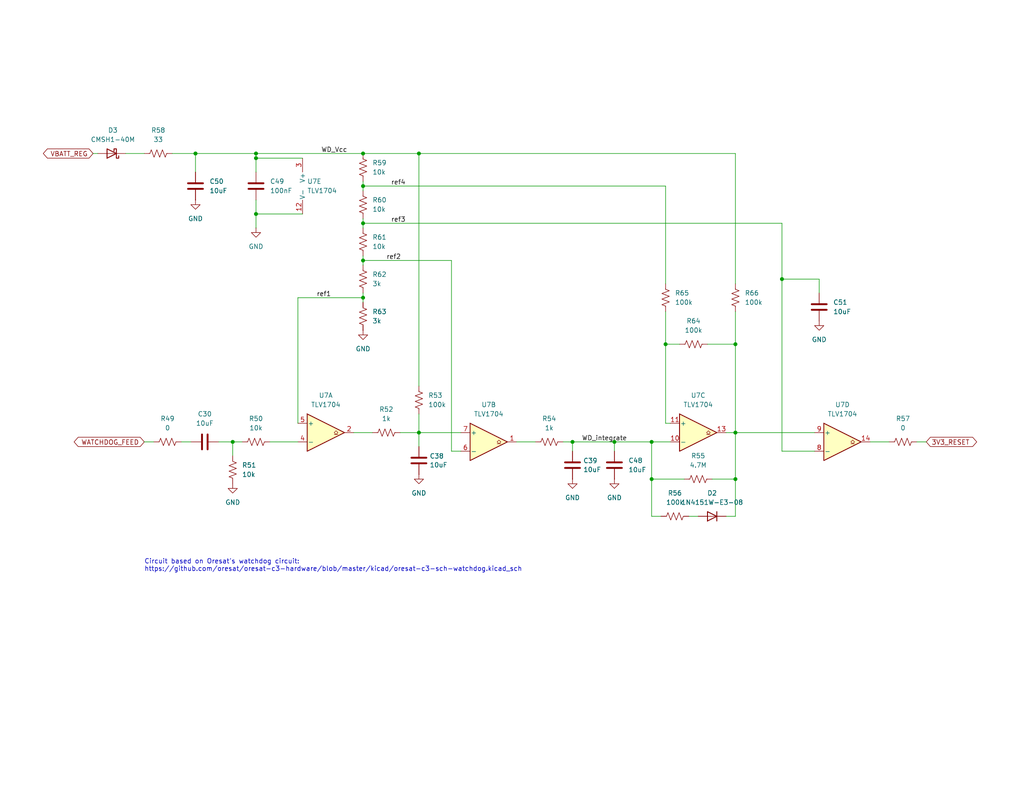
<source format=kicad_sch>
(kicad_sch (version 20250114) (generator "eeschema") (generator_version "9.0")
  (paper "USLetter")
  (title_block (title "ADCS Main Board") (date "2025-04-07") (rev "1.2") (company "Stanford Student Space Initiative") (comment 1 "Sage Wu") (comment 2 "From PiCubed"))
  (lib_symbols
    (symbol "Device:C" (pin_numbers (hide yes)) (pin_names (offset 0.254))
      (property "Reference" "C" (at 0.635 2.54 0))
      (property "Value" "C" (at 0.635 -2.54 0))
      (symbol "C_0_1"
        (polyline (pts (xy -2.032 0.762) (xy 2.032 0.762)) (stroke (width 0.508)))
        (polyline (pts (xy -2.032 -0.762) (xy 2.032 -0.762)) (stroke (width 0.508)))
      )
      (symbol "C_1_1"
        (pin passive line (at 0 3.81 270) (length 2.794) (name "~") (number "1"))
        (pin passive line (at 0 -3.81 90) (length 2.794) (name "~") (number "2"))
      )
    )
    (symbol "Device:D" (pin_numbers (hide yes)) (pin_names (offset 1.016) (hide yes))
      (property "Reference" "D" (at 0 2.54 0))
      (property "Value" "D" (at 0 -2.54 0))
      (symbol "D_0_1"
        (polyline (pts (xy -1.27 1.27) (xy -1.27 -1.27)) (stroke (width 0.254)))
        (polyline (pts (xy 1.27 1.27) (xy 1.27 -1.27) (xy -1.27 0) (xy 1.27 1.27)) (stroke (width 0.254)))
        (polyline (pts (xy 1.27 0) (xy -1.27 0)))
      )
      (symbol "D_1_1"
        (pin passive line (at -3.81 0 0) (length 2.54) (name "K") (number "1"))
        (pin passive line (at 3.81 0 180) (length 2.54) (name "A") (number "2"))
      )
    )
    (symbol "Device:D_Schottky" (pin_numbers (hide yes)) (pin_names (offset 1.016) (hide yes))
      (property "Reference" "D" (at 0 2.54 0))
      (property "Value" "D_Schottky" (at 0 -2.54 0))
      (symbol "D_Schottky_0_1"
        (polyline (pts (xy -1.905 0.635) (xy -1.905 1.27) (xy -1.27 1.27) (xy -1.27 -1.27) (xy -0.635 -1.27) (xy -0.635 -0.635)) (stroke (width 0.254)))
        (polyline (pts (xy 1.27 1.27) (xy 1.27 -1.27) (xy -1.27 0) (xy 1.27 1.27)) (stroke (width 0.254)))
        (polyline (pts (xy 1.27 0) (xy -1.27 0)))
      )
      (symbol "D_Schottky_1_1"
        (pin passive line (at -3.81 0 0) (length 2.54) (name "K") (number "1"))
        (pin passive line (at 3.81 0 180) (length 2.54) (name "A") (number "2"))
      )
    )
    (symbol "Device:R_US" (pin_numbers (hide yes)) (pin_names (offset 0))
      (property "Reference" "R" (at 2.54 0 90))
      (property "Value" "R_US" (at -2.54 0 90))
      (symbol "R_US_0_1"
        (polyline (pts (xy 0 2.286) (xy 0 2.54)))
        (polyline (pts (xy 0 2.286) (xy 1.016 1.905) (xy 0 1.524) (xy -1.016 1.143) (xy 0 0.762)))
        (polyline (pts (xy 0 0.762) (xy 1.016 0.381) (xy 0 0) (xy -1.016 -0.381) (xy 0 -0.762)))
        (polyline (pts (xy 0 -0.762) (xy 1.016 -1.143) (xy 0 -1.524) (xy -1.016 -1.905) (xy 0 -2.286)))
        (polyline (pts (xy 0 -2.286) (xy 0 -2.54)))
      )
      (symbol "R_US_1_1"
        (pin passive line (at 0 3.81 270) (length 1.27) (name "~") (number "1"))
        (pin passive line (at 0 -3.81 90) (length 1.27) (name "~") (number "2"))
      )
    )
    (symbol "power:GND" (power) (pin_numbers (hide yes)) (pin_names (offset 0) (hide yes))
      (property "Value" "GND" (at 0 -3.81 0))
      (symbol "GND_0_1"
        (polyline (pts (xy 0 0) (xy 0 -1.27) (xy 1.27 -1.27) (xy 0 -2.54) (xy -1.27 -1.27) (xy 0 -1.27)))
      )
      (symbol "GND_1_1"
        (pin power_in line (at 0 0 270) (length 0) (name "~") (number "1"))
      )
    )
    (symbol "ssi_IC:TLV1704" (pin_names (offset 0.127))
      (property "Reference" "U" (at 0 5.08 0))
      (property "Value" "TLV1704" (at 0 -5.08 0))
      (symbol "TLV1704_1_1"
        (polyline (pts (xy -5.08 5.08) (xy 5.08 0) (xy -5.08 -5.08) (xy -5.08 5.08)) (stroke (width 0.254)) (fill (type background)))
        (polyline (pts (xy 3.302 -0.508) (xy 2.794 -0.508) (xy 3.302 0) (xy 2.794 0.508) (xy 2.286 0) (xy 2.794 -0.508) (xy 2.286 -0.508)) (stroke (width 0.127)))
        (pin input line (at -7.62 2.54 0) (length 2.54) (name "+") (number "5"))
        (pin input line (at -7.62 -2.54 0) (length 2.54) (name "-") (number "4"))
        (pin open_collector line (at 7.62 0 180) (length 2.54) (name "~") (number "2"))
      )
      (symbol "TLV1704_2_1"
        (polyline (pts (xy -5.08 5.08) (xy 5.08 0) (xy -5.08 -5.08) (xy -5.08 5.08)) (stroke (width 0.254)) (fill (type background)))
        (polyline (pts (xy 3.302 -0.508) (xy 2.794 -0.508) (xy 3.302 0) (xy 2.794 0.508) (xy 2.286 0) (xy 2.794 -0.508) (xy 2.286 -0.508)) (stroke (width 0.127)))
        (pin input line (at -7.62 2.54 0) (length 2.54) (name "+") (number "7"))
        (pin input line (at -7.62 -2.54 0) (length 2.54) (name "-") (number "6"))
        (pin open_collector line (at 7.62 0 180) (length 2.54) (name "~") (number "1"))
      )
      (symbol "TLV1704_3_1"
        (polyline (pts (xy -5.08 5.08) (xy 5.08 0) (xy -5.08 -5.08) (xy -5.08 5.08)) (stroke (width 0.254)) (fill (type background)))
        (polyline (pts (xy 3.302 -0.508) (xy 2.794 -0.508) (xy 3.302 0) (xy 2.794 0.508) (xy 2.286 0) (xy 2.794 -0.508) (xy 2.286 -0.508)) (stroke (width 0.127)))
        (pin input line (at -7.62 2.54 0) (length 2.54) (name "+") (number "11"))
        (pin input line (at -7.62 -2.54 0) (length 2.54) (name "-") (number "10"))
        (pin open_collector line (at 7.62 0 180) (length 2.54) (name "~") (number "13"))
      )
      (symbol "TLV1704_4_1"
        (polyline (pts (xy -5.08 5.08) (xy 5.08 0) (xy -5.08 -5.08) (xy -5.08 5.08)) (stroke (width 0.254)) (fill (type background)))
        (polyline (pts (xy 3.302 -0.508) (xy 2.794 -0.508) (xy 3.302 0) (xy 2.794 0.508) (xy 2.286 0) (xy 2.794 -0.508) (xy 2.286 -0.508)) (stroke (width 0.127)))
        (pin input line (at -7.62 2.54 0) (length 2.54) (name "+") (number "9"))
        (pin input line (at -7.62 -2.54 0) (length 2.54) (name "-") (number "8"))
        (pin open_collector line (at 7.62 0 180) (length 2.54) (name "~") (number "14"))
      )
      (symbol "TLV1704_5_1"
        (pin power_in line (at -2.54 7.62 270) (length 3.81) (name "V+") (number "3"))
        (pin power_in line (at -2.54 -7.62 90) (length 3.81) (name "V-") (number "12"))
      )
    )
  )
  (text "Circuit based on Oresat's watchdog circuit:\nhttps://github.com/oresat/oresat-c3-hardware/blob/master/kicad/oresat-c3-sch-watchdog.kicad_sch" (at 39.37 154.432 0) (effects (font (size 1.27 1.27)) (justify left)))
  (junction (at 200.66 130.81))
  (junction (at 114.3 118.11))
  (junction (at 181.61 93.98))
  (junction (at 63.5 120.65))
  (junction (at 99.06 50.8))
  (junction (at 200.66 118.11))
  (junction (at 156.21 120.65))
  (junction (at 69.85 43.18))
  (junction (at 69.85 58.42))
  (junction (at 69.85 41.91))
  (junction (at 114.3 41.91))
  (junction (at 167.64 120.65))
  (junction (at 213.36 76.2))
  (junction (at 53.34 41.91))
  (junction (at 177.8 120.65))
  (junction (at 99.06 41.91))
  (junction (at 177.8 130.81))
  (junction (at 99.06 71.12))
  (junction (at 99.06 60.96))
  (junction (at 99.06 81.28))
  (junction (at 200.66 93.98))
  (wire (pts (xy 63.5 120.65) (xy 66.04 120.65)))
  (wire (pts (xy 53.34 46.99) (xy 53.34 41.91)))
  (wire (pts (xy 59.69 120.65) (xy 63.5 120.65)))
  (wire (pts (xy 81.28 81.28) (xy 99.06 81.28)))
  (wire (pts (xy 181.61 93.98) (xy 185.42 93.98)))
  (wire (pts (xy 187.96 140.97) (xy 190.5 140.97)))
  (wire (pts (xy 200.66 93.98) (xy 200.66 118.11)))
  (wire (pts (xy 237.49 120.65) (xy 242.57 120.65)))
  (wire (pts (xy 223.52 80.01) (xy 223.52 76.2)))
  (wire (pts (xy 193.04 93.98) (xy 200.66 93.98)))
  (wire (pts (xy 194.31 130.81) (xy 200.66 130.81)))
  (wire (pts (xy 99.06 80.01) (xy 99.06 81.28)))
  (wire (pts (xy 82.55 58.42) (xy 69.85 58.42)))
  (wire (pts (xy 182.88 115.57) (xy 181.61 115.57)))
  (wire (pts (xy 177.8 130.81) (xy 177.8 120.65)))
  (wire (pts (xy 181.61 93.98) (xy 181.61 115.57)))
  (wire (pts (xy 213.36 60.96) (xy 213.36 76.2)))
  (wire (pts (xy 99.06 41.91) (xy 69.85 41.91)))
  (wire (pts (xy 34.29 41.91) (xy 39.37 41.91)))
  (wire (pts (xy 156.21 120.65) (xy 167.64 120.65)))
  (wire (pts (xy 125.73 123.19) (xy 123.19 123.19)))
  (wire (pts (xy 46.99 41.91) (xy 53.34 41.91)))
  (wire (pts (xy 99.06 59.69) (xy 99.06 60.96)))
  (wire (pts (xy 41.91 120.65) (xy 39.37 120.65)))
  (wire (pts (xy 177.8 120.65) (xy 182.88 120.65)))
  (wire (pts (xy 200.66 77.47) (xy 200.66 41.91)))
  (wire (pts (xy 25.4 41.91) (xy 26.67 41.91)))
  (wire (pts (xy 153.67 120.65) (xy 156.21 120.65)))
  (wire (pts (xy 180.34 140.97) (xy 177.8 140.97)))
  (wire (pts (xy 114.3 118.11) (xy 114.3 121.92)))
  (wire (pts (xy 114.3 41.91) (xy 114.3 105.41)))
  (wire (pts (xy 200.66 140.97) (xy 200.66 130.81)))
  (wire (pts (xy 114.3 118.11) (xy 125.73 118.11)))
  (wire (pts (xy 181.61 50.8) (xy 181.61 77.47)))
  (wire (pts (xy 177.8 130.81) (xy 186.69 130.81)))
  (wire (pts (xy 99.06 81.28) (xy 99.06 82.55)))
  (wire (pts (xy 99.06 41.91) (xy 114.3 41.91)))
  (wire (pts (xy 213.36 123.19) (xy 222.25 123.19)))
  (wire (pts (xy 69.85 43.18) (xy 82.55 43.18)))
  (wire (pts (xy 198.12 118.11) (xy 200.66 118.11)))
  (wire (pts (xy 213.36 76.2) (xy 223.52 76.2)))
  (wire (pts (xy 250.19 120.65) (xy 252.73 120.65)))
  (wire (pts (xy 73.66 120.65) (xy 81.28 120.65)))
  (wire (pts (xy 63.5 120.65) (xy 63.5 124.46)))
  (wire (pts (xy 53.34 41.91) (xy 69.85 41.91)))
  (wire (pts (xy 114.3 113.03) (xy 114.3 118.11)))
  (wire (pts (xy 96.52 118.11) (xy 101.6 118.11)))
  (wire (pts (xy 99.06 49.53) (xy 99.06 50.8)))
  (wire (pts (xy 99.06 50.8) (xy 99.06 52.07)))
  (wire (pts (xy 123.19 71.12) (xy 99.06 71.12)))
  (wire (pts (xy 49.53 120.65) (xy 52.07 120.65)))
  (wire (pts (xy 69.85 58.42) (xy 69.85 62.23)))
  (wire (pts (xy 200.66 130.81) (xy 200.66 118.11)))
  (wire (pts (xy 213.36 76.2) (xy 213.36 123.19)))
  (wire (pts (xy 109.22 118.11) (xy 114.3 118.11)))
  (wire (pts (xy 200.66 85.09) (xy 200.66 93.98)))
  (wire (pts (xy 177.8 140.97) (xy 177.8 130.81)))
  (wire (pts (xy 99.06 69.85) (xy 99.06 71.12)))
  (wire (pts (xy 69.85 46.99) (xy 69.85 43.18)))
  (wire (pts (xy 69.85 41.91) (xy 69.85 43.18)))
  (wire (pts (xy 200.66 118.11) (xy 222.25 118.11)))
  (wire (pts (xy 99.06 50.8) (xy 181.61 50.8)))
  (wire (pts (xy 181.61 85.09) (xy 181.61 93.98)))
  (wire (pts (xy 99.06 60.96) (xy 99.06 62.23)))
  (wire (pts (xy 99.06 60.96) (xy 213.36 60.96)))
  (wire (pts (xy 99.06 71.12) (xy 99.06 72.39)))
  (wire (pts (xy 156.21 123.19) (xy 156.21 120.65)))
  (wire (pts (xy 198.12 140.97) (xy 200.66 140.97)))
  (wire (pts (xy 123.19 123.19) (xy 123.19 71.12)))
  (wire (pts (xy 81.28 115.57) (xy 81.28 81.28)))
  (wire (pts (xy 167.64 120.65) (xy 177.8 120.65)))
  (wire (pts (xy 140.97 120.65) (xy 146.05 120.65)))
  (wire (pts (xy 69.85 58.42) (xy 69.85 54.61)))
  (wire (pts (xy 167.64 120.65) (xy 167.64 123.19)))
  (wire (pts (xy 114.3 41.91) (xy 200.66 41.91)))
  (label "ref2" (at 105.41 71.12 0))
  (label "WD_Vcc" (at 87.63 41.91 0))
  (label "WD_integrate" (at 158.75 120.65 0))
  (label "ref1" (at 86.36 81.28 0))
  (label "ref3" (at 106.68 60.96 0))
  (label "ref4" (at 106.68 50.8 0))
  (global_label "3V3_RESET" (shape bidirectional) (at 252.73 120.65 0) (property "Intersheetrefs" "${INTERSHEET_REFS}" (effects (hide yes))))
  (global_label "VBATT_REG" (shape bidirectional) (at 25.4 41.91 180) (property "Intersheetrefs" "${INTERSHEET_REFS}" (effects (hide yes))))
  (global_label "WATCHDOG_FEED" (shape bidirectional) (at 39.37 120.65 180) (property "Intersheetrefs" "${INTERSHEET_REFS}" (effects (hide yes))))
  (symbol (lib_id "ssi_IC:TLV1704") (at 85.09 50.8 0) (unit 5)
    (property "Reference" "U7" (at 83.82 49.5299 0) (effects (justify left)))
    (property "Value" "TLV1704" (at 83.82 52.0699 0) (effects (justify left)))
    (property "Footprint" "Package_SO:TSSOP-14_4.4x5mm_P0.65mm" (effects (hide yes)))
    (property "Datasheet" "https://www.ti.com/lit/ds/symlink/tlv1704-sep.pdf" (effects (hide yes)))
    (property "Description" "Quad Differential Comparators, SOIC-14/TSSOP-14" (effects (hide yes)))
  )
  (symbol (lib_id "Device:R_US") (at 105.41 118.11 90) (unit 1)
    (property "Reference" "R52" (at 105.41 111.76 90))
    (property "Value" "1k" (at 105.41 114.3 90))
    (property "Footprint" "Resistor_SMD:R_0603_1608Metric" (effects (hide yes)))
    (property "Description" "Resistor, US symbol" (effects (hide yes)))
  )
  (symbol (lib_id "Device:R_US") (at 45.72 120.65 90) (unit 1)
    (property "Reference" "R49" (at 45.72 114.3 90))
    (property "Value" "0" (at 45.72 116.84 90))
    (property "Footprint" "Resistor_SMD:R_0603_1608Metric" (effects (hide yes)))
    (property "Description" "Resistor, US symbol" (effects (hide yes)))
  )
  (symbol (lib_id "Device:C") (at 167.64 127 180) (unit 1)
    (property "Reference" "C48" (at 171.45 125.7299 0) (effects (justify right)))
    (property "Value" "10uF" (at 171.45 128.2699 0) (effects (justify right)))
    (property "Footprint" "Capacitor_SMD:C_0603_1608Metric" (effects (hide yes)))
    (property "Description" "Unpolarized capacitor" (effects (hide yes)))
  )
  (symbol (lib_id "Device:R_US") (at 99.06 76.2 0) (unit 1)
    (property "Reference" "R62" (at 101.6 74.9299 0) (effects (justify left)))
    (property "Value" "3k" (at 101.6 77.4699 0) (effects (justify left)))
    (property "Footprint" "Resistor_SMD:R_0603_1608Metric" (effects (hide yes)))
    (property "Description" "Resistor, US symbol" (effects (hide yes)))
  )
  (symbol (lib_id "Device:C") (at 69.85 50.8 180) (unit 1)
    (property "Reference" "C49" (at 73.66 49.5299 0) (effects (justify right)))
    (property "Value" "100nF" (at 73.66 52.0699 0) (effects (justify right)))
    (property "Footprint" "Capacitor_SMD:C_0603_1608Metric" (effects (hide yes)))
    (property "Description" "Unpolarized capacitor" (effects (hide yes)))
  )
  (symbol (lib_id "Device:R_US") (at 184.15 140.97 90) (unit 1)
    (property "Reference" "R56" (at 184.15 134.62 90))
    (property "Value" "100k" (at 184.15 137.16 90))
    (property "Footprint" "Resistor_SMD:R_0603_1608Metric" (effects (hide yes)))
    (property "Description" "Resistor, US symbol" (effects (hide yes)))
  )
  (symbol (lib_id "power:GND") (at 69.85 62.23 0) (unit 1)
    (property "Reference" "#PWR076" (effects (hide yes)))
    (property "Value" "GND" (at 69.85 67.31 0))
    (property "Description" "Power symbol creates a global label with name \"GND\" , ground" (effects (hide yes)))
  )
  (symbol (lib_id "Device:R_US") (at 99.06 45.72 0) (unit 1)
    (property "Reference" "R59" (at 101.6 44.4499 0) (effects (justify left)))
    (property "Value" "10k" (at 101.6 46.9899 0) (effects (justify left)))
    (property "Footprint" "Resistor_SMD:R_0603_1608Metric" (effects (hide yes)))
    (property "Description" "Resistor, US symbol" (effects (hide yes)))
  )
  (symbol (lib_id "Device:R_US") (at 189.23 93.98 90) (unit 1)
    (property "Reference" "R64" (at 189.23 87.63 90))
    (property "Value" "100k" (at 189.23 90.17 90))
    (property "Footprint" "Resistor_SMD:R_0603_1608Metric" (effects (hide yes)))
    (property "Description" "Resistor, US symbol" (effects (hide yes)))
  )
  (symbol (lib_id "power:GND") (at 53.34 54.61 0) (unit 1)
    (property "Reference" "#PWR077" (effects (hide yes)))
    (property "Value" "GND" (at 53.34 59.69 0))
    (property "Description" "Power symbol creates a global label with name \"GND\" , ground" (effects (hide yes)))
  )
  (symbol (lib_id "Device:D") (at 194.31 140.97 180) (unit 1)
    (property "Reference" "D2" (at 194.31 134.62 0))
    (property "Value" "1N4151W-E3-08" (at 194.31 137.16 0))
    (property "Footprint" "Diode_SMD:D_SOD-123" (effects (hide yes)))
    (property "Datasheet" "https://mm.digikey.com/Volume0/opasdata/d220001/medias/docus/6130/1n4151w_a.pdf" (effects (hide yes)))
    (property "Description" "Diode" (effects (hide yes)))
    (property "Sim.Device" "D" (effects (hide yes)))
    (property "Sim.Pins" "1=K 2=A" (effects (hide yes)))
  )
  (symbol (lib_id "power:GND") (at 63.5 132.08 0) (unit 1)
    (property "Reference" "#PWR065" (effects (hide yes)))
    (property "Value" "GND" (at 63.5 137.16 0))
    (property "Description" "Power symbol creates a global label with name \"GND\" , ground" (effects (hide yes)))
  )
  (symbol (lib_id "Device:R_US") (at 43.18 41.91 90) (unit 1)
    (property "Reference" "R58" (at 43.18 35.56 90))
    (property "Value" "33" (at 43.18 38.1 90))
    (property "Footprint" "Resistor_SMD:R_0603_1608Metric" (effects (hide yes)))
    (property "Description" "Resistor, US symbol" (effects (hide yes)))
  )
  (symbol (lib_id "Device:C") (at 53.34 50.8 0) (unit 1)
    (property "Reference" "C50" (at 57.15 49.5299 0) (effects (justify left)))
    (property "Value" "10uF" (at 57.15 52.0699 0) (effects (justify left)))
    (property "Footprint" "Capacitor_SMD:C_0603_1608Metric" (effects (hide yes)))
    (property "Description" "Unpolarized capacitor" (effects (hide yes)))
  )
  (symbol (lib_id "Device:R_US") (at 63.5 128.27 180) (unit 1)
    (property "Reference" "R51" (at 66.04 126.9999 0) (effects (justify right)))
    (property "Value" "10k" (at 66.04 129.5399 0) (effects (justify right)))
    (property "Footprint" "Resistor_SMD:R_0603_1608Metric" (effects (hide yes)))
    (property "Description" "Resistor, US symbol" (effects (hide yes)))
  )
  (symbol (lib_id "ssi_IC:TLV1704") (at 190.5 118.11 0) (unit 3)
    (property "Reference" "U7" (at 190.5 107.95 0))
    (property "Value" "TLV1704" (at 190.5 110.49 0))
    (property "Footprint" "Package_SO:TSSOP-14_4.4x5mm_P0.65mm" (effects (hide yes)))
    (property "Datasheet" "https://www.ti.com/lit/ds/symlink/tlv1704-sep.pdf" (effects (hide yes)))
    (property "Description" "Quad Differential Comparators, SOIC-14/TSSOP-14" (effects (hide yes)))
  )
  (symbol (lib_id "Device:C") (at 156.21 127 180) (unit 1)
    (property "Reference" "C39" (at 159.131 125.7878 0) (effects (justify right)))
    (property "Value" "10uF" (at 159.131 128.2121 0) (effects (justify right)))
    (property "Footprint" "Capacitor_SMD:C_0603_1608Metric" (effects (hide yes)))
    (property "Description" "Unpolarized capacitor" (effects (hide yes)))
  )
  (symbol (lib_id "power:GND") (at 156.21 130.81 0) (unit 1)
    (property "Reference" "#PWR072" (effects (hide yes)))
    (property "Value" "GND" (at 156.21 135.89 0))
    (property "Description" "Power symbol creates a global label with name \"GND\" , ground" (effects (hide yes)))
  )
  (symbol (lib_id "Device:R_US") (at 99.06 66.04 0) (unit 1)
    (property "Reference" "R61" (at 101.6 64.7699 0) (effects (justify left)))
    (property "Value" "10k" (at 101.6 67.3099 0) (effects (justify left)))
    (property "Footprint" "Resistor_SMD:R_0603_1608Metric" (effects (hide yes)))
    (property "Description" "Resistor, US symbol" (effects (hide yes)))
  )
  (symbol (lib_id "Device:R_US") (at 181.61 81.28 180) (unit 1)
    (property "Reference" "R65" (at 184.15 80.0099 0) (effects (justify right)))
    (property "Value" "100k" (at 184.15 82.5499 0) (effects (justify right)))
    (property "Footprint" "Resistor_SMD:R_0603_1608Metric" (effects (hide yes)))
    (property "Description" "Resistor, US symbol" (effects (hide yes)))
  )
  (symbol (lib_id "power:GND") (at 167.64 130.81 0) (unit 1)
    (property "Reference" "#PWR074" (effects (hide yes)))
    (property "Value" "GND" (at 167.64 135.89 0))
    (property "Description" "Power symbol creates a global label with name \"GND\" , ground" (effects (hide yes)))
  )
  (symbol (lib_id "power:GND") (at 114.3 129.54 0) (unit 1)
    (property "Reference" "#PWR069" (effects (hide yes)))
    (property "Value" "GND" (at 114.3 134.62 0))
    (property "Description" "Power symbol creates a global label with name \"GND\" , ground" (effects (hide yes)))
  )
  (symbol (lib_id "Device:R_US") (at 99.06 86.36 0) (unit 1)
    (property "Reference" "R63" (at 101.6 85.0899 0) (effects (justify left)))
    (property "Value" "3k" (at 101.6 87.6299 0) (effects (justify left)))
    (property "Footprint" "Resistor_SMD:R_0603_1608Metric" (effects (hide yes)))
    (property "Description" "Resistor, US symbol" (effects (hide yes)))
  )
  (symbol (lib_id "Device:R_US") (at 99.06 55.88 0) (unit 1)
    (property "Reference" "R60" (at 101.6 54.6099 0) (effects (justify left)))
    (property "Value" "10k" (at 101.6 57.1499 0) (effects (justify left)))
    (property "Footprint" "Resistor_SMD:R_0603_1608Metric" (effects (hide yes)))
    (property "Description" "Resistor, US symbol" (effects (hide yes)))
  )
  (symbol (lib_id "ssi_IC:TLV1704") (at 88.9 118.11 0) (unit 1)
    (property "Reference" "U7" (at 88.9 107.95 0))
    (property "Value" "TLV1704" (at 88.9 110.49 0))
    (property "Footprint" "Package_SO:TSSOP-14_4.4x5mm_P0.65mm" (effects (hide yes)))
    (property "Datasheet" "https://www.ti.com/lit/ds/symlink/tlv1704-sep.pdf" (effects (hide yes)))
    (property "Description" "Quad Differential Comparators, SOIC-14/TSSOP-14" (effects (hide yes)))
  )
  (symbol (lib_id "Device:R_US") (at 246.38 120.65 90) (unit 1)
    (property "Reference" "R57" (at 246.38 114.3 90))
    (property "Value" "0" (at 246.38 116.84 90))
    (property "Footprint" "Resistor_SMD:R_0603_1608Metric" (effects (hide yes)))
    (property "Description" "Resistor, US symbol" (effects (hide yes)))
  )
  (symbol (lib_id "ssi_IC:TLV1704") (at 229.87 120.65 0) (unit 4)
    (property "Reference" "U7" (at 229.87 110.49 0))
    (property "Value" "TLV1704" (at 229.87 113.03 0))
    (property "Footprint" "Package_SO:TSSOP-14_4.4x5mm_P0.65mm" (effects (hide yes)))
    (property "Datasheet" "https://www.ti.com/lit/ds/symlink/tlv1704-sep.pdf" (effects (hide yes)))
    (property "Description" "Quad Differential Comparators, SOIC-14/TSSOP-14" (effects (hide yes)))
  )
  (symbol (lib_id "ssi_IC:TLV1704") (at 133.35 120.65 0) (unit 2)
    (property "Reference" "U7" (at 133.35 110.49 0))
    (property "Value" "TLV1704" (at 133.35 113.03 0))
    (property "Footprint" "Package_SO:TSSOP-14_4.4x5mm_P0.65mm" (effects (hide yes)))
    (property "Datasheet" "https://www.ti.com/lit/ds/symlink/tlv1704-sep.pdf" (effects (hide yes)))
    (property "Description" "Quad Differential Comparators, SOIC-14/TSSOP-14" (effects (hide yes)))
  )
  (symbol (lib_id "Device:C") (at 114.3 125.73 180) (unit 1)
    (property "Reference" "C38" (at 117.221 124.5178 0) (effects (justify right)))
    (property "Value" "10uF" (at 117.221 126.9421 0) (effects (justify right)))
    (property "Footprint" "Capacitor_SMD:C_0603_1608Metric" (effects (hide yes)))
    (property "Description" "Unpolarized capacitor" (effects (hide yes)))
  )
  (symbol (lib_id "Device:R_US") (at 69.85 120.65 90) (unit 1)
    (property "Reference" "R50" (at 69.85 114.3 90))
    (property "Value" "10k" (at 69.85 116.84 90))
    (property "Footprint" "Resistor_SMD:R_0603_1608Metric" (effects (hide yes)))
    (property "Description" "Resistor, US symbol" (effects (hide yes)))
  )
  (symbol (lib_id "power:GND") (at 99.06 90.17 0) (unit 1)
    (property "Reference" "#PWR075" (effects (hide yes)))
    (property "Value" "GND" (at 99.06 95.25 0))
    (property "Description" "Power symbol creates a global label with name \"GND\" , ground" (effects (hide yes)))
  )
  (symbol (lib_id "Device:R_US") (at 190.5 130.81 90) (unit 1)
    (property "Reference" "R55" (at 190.5 124.46 90))
    (property "Value" "4.7M" (at 190.5 127 90))
    (property "Footprint" "Resistor_SMD:R_0603_1608Metric" (effects (hide yes)))
    (property "Description" "Resistor, US symbol" (effects (hide yes)))
  )
  (symbol (lib_id "Device:D_Schottky") (at 30.48 41.91 180) (unit 1)
    (property "Reference" "D3" (at 30.7975 35.56 0))
    (property "Value" "CMSH1-40M" (at 30.7975 38.1 0))
    (property "Footprint" "ssi_diode:DIOM5226X262N" (effects (hide yes)))
    (property "Datasheet" "https://www.digikey.com/en/products/detail/central-semiconductor-corp/CMSH1-40M-TR13-PBFREE/4807415" (effects (hide yes)))
    (property "Description" "Schottky diode" (effects (hide yes)))
  )
  (symbol (lib_id "Device:R_US") (at 149.86 120.65 90) (unit 1)
    (property "Reference" "R54" (at 149.86 114.3 90))
    (property "Value" "1k" (at 149.86 116.84 90))
    (property "Footprint" "Resistor_SMD:R_0603_1608Metric" (effects (hide yes)))
    (property "Description" "Resistor, US symbol" (effects (hide yes)))
  )
  (symbol (lib_id "Device:R_US") (at 200.66 81.28 180) (unit 1)
    (property "Reference" "R66" (at 203.2 80.0099 0) (effects (justify right)))
    (property "Value" "100k" (at 203.2 82.5499 0) (effects (justify right)))
    (property "Footprint" "Resistor_SMD:R_0603_1608Metric" (effects (hide yes)))
    (property "Description" "Resistor, US symbol" (effects (hide yes)))
  )
  (symbol (lib_id "Device:C") (at 55.88 120.65 90) (unit 1)
    (property "Reference" "C30" (at 55.88 113.03 90))
    (property "Value" "10uF" (at 55.88 115.57 90))
    (property "Footprint" "Capacitor_SMD:C_0603_1608Metric" (effects (hide yes)))
    (property "Description" "Unpolarized capacitor" (effects (hide yes)))
  )
  (symbol (lib_id "power:GND") (at 223.52 87.63 0) (unit 1)
    (property "Reference" "#PWR078" (effects (hide yes)))
    (property "Value" "GND" (at 223.52 92.71 0))
    (property "Description" "Power symbol creates a global label with name \"GND\" , ground" (effects (hide yes)))
  )
  (symbol (lib_id "Device:R_US") (at 114.3 109.22 180) (unit 1)
    (property "Reference" "R53" (at 116.84 107.9499 0) (effects (justify right)))
    (property "Value" "100k" (at 116.84 110.4899 0) (effects (justify right)))
    (property "Footprint" "Resistor_SMD:R_0603_1608Metric" (effects (hide yes)))
    (property "Description" "Resistor, US symbol" (effects (hide yes)))
  )
  (symbol (lib_id "Device:C") (at 223.52 83.82 180) (unit 1)
    (property "Reference" "C51" (at 227.33 82.5499 0) (effects (justify right)))
    (property "Value" "10uF" (at 227.33 85.0899 0) (effects (justify right)))
    (property "Footprint" "Capacitor_SMD:C_0603_1608Metric" (effects (hide yes)))
    (property "Description" "Unpolarized capacitor" (effects (hide yes)))
  )
)
</source>
